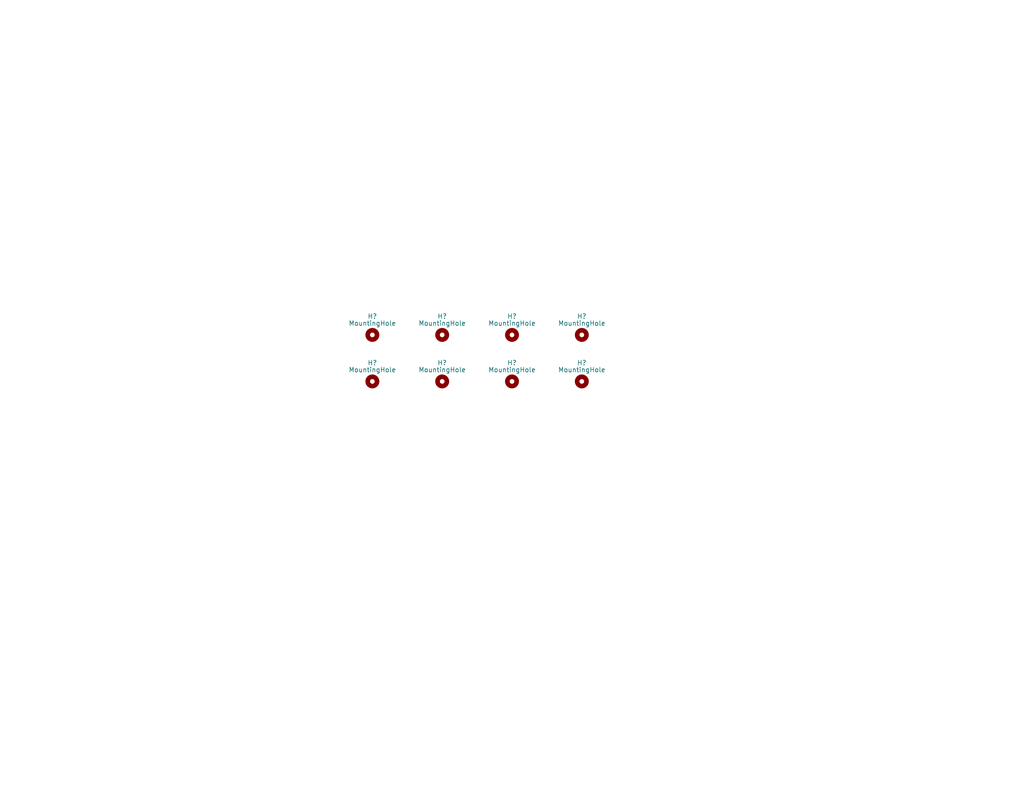
<source format=kicad_sch>
(kicad_sch (version 20230121) (generator eeschema)
  (paper "A")
  (title_block (title "Nixie Clock Redux Core Board") (date "2023-08-11") (rev "B") (company "Drew Maatman"))
  (lib_symbols
    (symbol "Mechanical:MountingHole" (pin_names (offset 1.016))
      (property "Reference" "H" (at 0 5.08 0))
      (property "Value" "MountingHole" (at 0 3.175 0))
      (symbol "MountingHole_0_1"
        (circle (center 0 0) (radius 1.27) (stroke (width 1.27)))
      )
    )
  )
  (symbol (lib_id "Mechanical:MountingHole") (at 101.6 91.44 0) (unit 1)
    (property "Reference" "H?" (at 101.6 86.36 0))
    (property "Value" "MountingHole" (at 101.6 88.265 0))
    (property "Footprint" "MountingHole:MountingHole_3mm" (effects hide))
    (instances (project "VFD_Clock" (path "" (reference "H?") (unit 1))) (project "Nixie_Clock_Core" (path "" (reference "H2001") (unit 1))))
  )
  (symbol (lib_id "Mechanical:MountingHole") (at 120.65 104.14 0) (unit 1)
    (property "Reference" "H?" (at 120.65 99.06 0))
    (property "Value" "MountingHole" (at 120.65 100.965 0))
    (property "Footprint" "MountingHole:MountingHole_3mm" (effects hide))
    (instances (project "VFD_Clock" (path "" (reference "H?") (unit 1))) (project "Nixie_Clock_Core" (path "" (reference "H2004") (unit 1))))
  )
  (symbol (lib_id "Mechanical:MountingHole") (at 139.7 104.14 0) (unit 1)
    (property "Reference" "H?" (at 139.7 99.06 0))
    (property "Value" "MountingHole" (at 139.7 100.965 0))
    (property "Footprint" "MountingHole:MountingHole_3mm" (effects hide))
    (instances (project "VFD_Clock" (path "" (reference "H?") (unit 1))) (project "Nixie_Clock_Core" (path "" (reference "H2006") (unit 1))))
  )
  (symbol (lib_id "Mechanical:MountingHole") (at 101.6 104.14 0) (unit 1)
    (property "Reference" "H?" (at 101.6 99.06 0))
    (property "Value" "MountingHole" (at 101.6 100.965 0))
    (property "Footprint" "MountingHole:MountingHole_3mm" (effects hide))
    (instances (project "VFD_Clock" (path "" (reference "H?") (unit 1))) (project "Nixie_Clock_Core" (path "" (reference "H2002") (unit 1))))
  )
  (symbol (lib_id "Mechanical:MountingHole") (at 120.65 91.44 0) (unit 1)
    (property "Reference" "H?" (at 120.65 86.36 0))
    (property "Value" "MountingHole" (at 120.65 88.265 0))
    (property "Footprint" "MountingHole:MountingHole_3mm" (effects hide))
    (instances (project "VFD_Clock" (path "" (reference "H?") (unit 1))) (project "Nixie_Clock_Core" (path "" (reference "H2003") (unit 1))))
  )
  (symbol (lib_id "Mechanical:MountingHole") (at 158.75 91.44 0) (unit 1)
    (property "Reference" "H?" (at 158.75 86.36 0))
    (property "Value" "MountingHole" (at 158.75 88.265 0))
    (property "Footprint" "MountingHole:MountingHole_3mm" (effects hide))
    (instances (project "VFD_Clock" (path "" (reference "H?") (unit 1))) (project "Nixie_Clock_Core" (path "" (reference "H2007") (unit 1))))
  )
  (symbol (lib_id "Mechanical:MountingHole") (at 139.7 91.44 0) (unit 1)
    (property "Reference" "H?" (at 139.7 86.36 0))
    (property "Value" "MountingHole" (at 139.7 88.265 0))
    (property "Footprint" "MountingHole:MountingHole_3mm" (effects hide))
    (instances (project "VFD_Clock" (path "" (reference "H?") (unit 1))) (project "Nixie_Clock_Core" (path "" (reference "H2005") (unit 1))))
  )
  (symbol (lib_id "Mechanical:MountingHole") (at 158.75 104.14 0) (unit 1)
    (property "Reference" "H?" (at 158.75 99.06 0))
    (property "Value" "MountingHole" (at 158.75 100.965 0))
    (property "Footprint" "MountingHole:MountingHole_3mm" (effects hide))
    (instances (project "VFD_Clock" (path "" (reference "H?") (unit 1))) (project "Nixie_Clock_Core" (path "" (reference "H2008") (unit 1))))
  )
)
</source>
